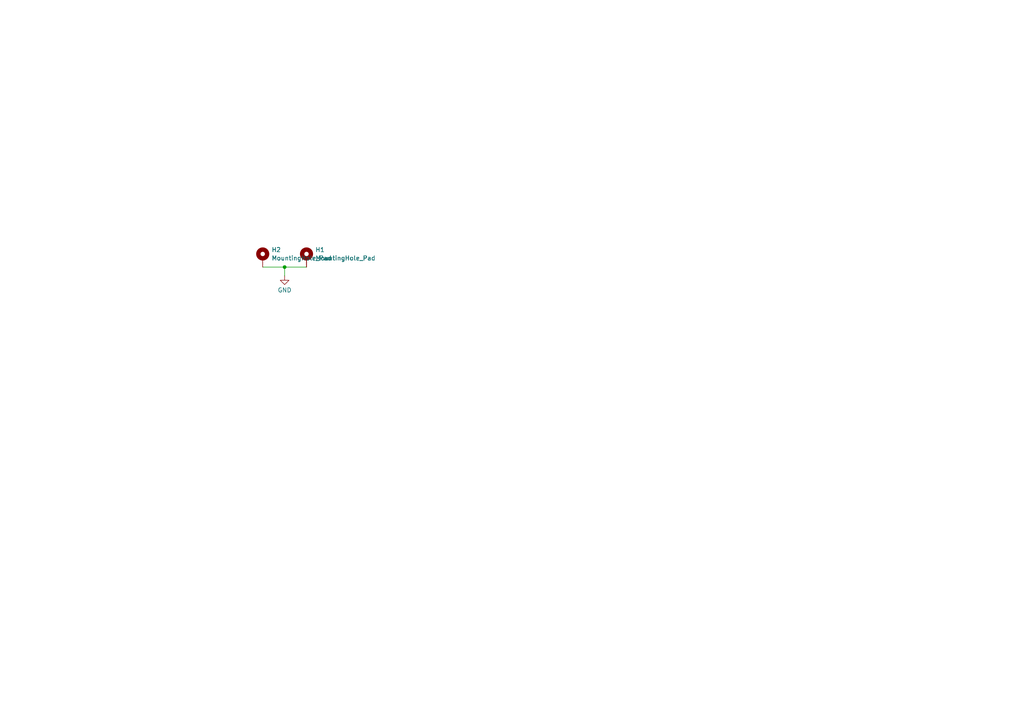
<source format=kicad_sch>
(kicad_sch
	(version 20231120)
	(generator "eeschema")
	(generator_version "8.0")
	(uuid "2a8d935a-315a-421f-a62b-248ab4ff1bc1")
	(paper "A4")
	(lib_symbols
		(symbol "Mechanical:MountingHole_Pad"
			(pin_numbers hide)
			(pin_names
				(offset 1.016) hide)
			(exclude_from_sim yes)
			(in_bom no)
			(on_board yes)
			(property "Reference" "H"
				(at 0 6.35 0)
				(effects
					(font
						(size 1.27 1.27)
					)
				)
			)
			(property "Value" "MountingHole_Pad"
				(at 0 4.445 0)
				(effects
					(font
						(size 1.27 1.27)
					)
				)
			)
			(property "Footprint" ""
				(at 0 0 0)
				(effects
					(font
						(size 1.27 1.27)
					)
					(hide yes)
				)
			)
			(property "Datasheet" "~"
				(at 0 0 0)
				(effects
					(font
						(size 1.27 1.27)
					)
					(hide yes)
				)
			)
			(property "Description" "Mounting Hole with connection"
				(at 0 0 0)
				(effects
					(font
						(size 1.27 1.27)
					)
					(hide yes)
				)
			)
			(property "ki_keywords" "mounting hole"
				(at 0 0 0)
				(effects
					(font
						(size 1.27 1.27)
					)
					(hide yes)
				)
			)
			(property "ki_fp_filters" "MountingHole*Pad*"
				(at 0 0 0)
				(effects
					(font
						(size 1.27 1.27)
					)
					(hide yes)
				)
			)
			(symbol "MountingHole_Pad_0_1"
				(circle
					(center 0 1.27)
					(radius 1.27)
					(stroke
						(width 1.27)
						(type default)
					)
					(fill
						(type none)
					)
				)
			)
			(symbol "MountingHole_Pad_1_1"
				(pin input line
					(at 0 -2.54 90)
					(length 2.54)
					(name "1"
						(effects
							(font
								(size 1.27 1.27)
							)
						)
					)
					(number "1"
						(effects
							(font
								(size 1.27 1.27)
							)
						)
					)
				)
			)
		)
		(symbol "power:GND"
			(power)
			(pin_numbers hide)
			(pin_names
				(offset 0) hide)
			(exclude_from_sim no)
			(in_bom yes)
			(on_board yes)
			(property "Reference" "#PWR"
				(at 0 -6.35 0)
				(effects
					(font
						(size 1.27 1.27)
					)
					(hide yes)
				)
			)
			(property "Value" "GND"
				(at 0 -3.81 0)
				(effects
					(font
						(size 1.27 1.27)
					)
				)
			)
			(property "Footprint" ""
				(at 0 0 0)
				(effects
					(font
						(size 1.27 1.27)
					)
					(hide yes)
				)
			)
			(property "Datasheet" ""
				(at 0 0 0)
				(effects
					(font
						(size 1.27 1.27)
					)
					(hide yes)
				)
			)
			(property "Description" "Power symbol creates a global label with name \"GND\" , ground"
				(at 0 0 0)
				(effects
					(font
						(size 1.27 1.27)
					)
					(hide yes)
				)
			)
			(property "ki_keywords" "global power"
				(at 0 0 0)
				(effects
					(font
						(size 1.27 1.27)
					)
					(hide yes)
				)
			)
			(symbol "GND_0_1"
				(polyline
					(pts
						(xy 0 0) (xy 0 -1.27) (xy 1.27 -1.27) (xy 0 -2.54) (xy -1.27 -1.27) (xy 0 -1.27)
					)
					(stroke
						(width 0)
						(type default)
					)
					(fill
						(type none)
					)
				)
			)
			(symbol "GND_1_1"
				(pin power_in line
					(at 0 0 270)
					(length 0)
					(name "~"
						(effects
							(font
								(size 1.27 1.27)
							)
						)
					)
					(number "1"
						(effects
							(font
								(size 1.27 1.27)
							)
						)
					)
				)
			)
		)
	)
	(junction
		(at 82.55 77.47)
		(diameter 0)
		(color 0 0 0 0)
		(uuid "3270889f-39e7-421c-8fd8-c844d34e6f96")
	)
	(wire
		(pts
			(xy 82.55 77.47) (xy 82.55 80.01)
		)
		(stroke
			(width 0)
			(type default)
		)
		(uuid "3119ccb2-f231-4bba-821e-5f07f1f9324c")
	)
	(wire
		(pts
			(xy 76.2 77.47) (xy 82.55 77.47)
		)
		(stroke
			(width 0)
			(type default)
		)
		(uuid "99bbbcba-6810-42b7-a855-11dc4c4961fd")
	)
	(wire
		(pts
			(xy 82.55 77.47) (xy 88.9 77.47)
		)
		(stroke
			(width 0)
			(type default)
		)
		(uuid "c2015818-5272-4bee-9162-f04b155dfbcb")
	)
	(symbol
		(lib_id "Mechanical:MountingHole_Pad")
		(at 76.2 74.93 0)
		(unit 1)
		(exclude_from_sim yes)
		(in_bom no)
		(on_board yes)
		(dnp no)
		(fields_autoplaced yes)
		(uuid "35867a96-fe2f-4cb9-b8cc-7d0b171273d5")
		(property "Reference" "H2"
			(at 78.74 72.4478 0)
			(effects
				(font
					(size 1.27 1.27)
				)
				(justify left)
			)
		)
		(property "Value" "MountingHole_Pad"
			(at 78.74 74.8721 0)
			(effects
				(font
					(size 1.27 1.27)
				)
				(justify left)
			)
		)
		(property "Footprint" "BYOM_General:plated_rack_hole"
			(at 76.2 74.93 0)
			(effects
				(font
					(size 1.27 1.27)
				)
				(hide yes)
			)
		)
		(property "Datasheet" "~"
			(at 76.2 74.93 0)
			(effects
				(font
					(size 1.27 1.27)
				)
				(hide yes)
			)
		)
		(property "Description" "Mounting Hole with connection"
			(at 76.2 74.93 0)
			(effects
				(font
					(size 1.27 1.27)
				)
				(hide yes)
			)
		)
		(pin "1"
			(uuid "76a947f8-2b46-4d4f-baad-39370477ec1e")
		)
		(instances
			(project "EuroClack_AR_panel"
				(path "/2a8d935a-315a-421f-a62b-248ab4ff1bc1"
					(reference "H2")
					(unit 1)
				)
			)
		)
	)
	(symbol
		(lib_id "Mechanical:MountingHole_Pad")
		(at 88.9 74.93 0)
		(unit 1)
		(exclude_from_sim yes)
		(in_bom no)
		(on_board yes)
		(dnp no)
		(fields_autoplaced yes)
		(uuid "817421c8-4934-4a39-8df1-0c5dff24cc97")
		(property "Reference" "H1"
			(at 91.44 72.4478 0)
			(effects
				(font
					(size 1.27 1.27)
				)
				(justify left)
			)
		)
		(property "Value" "MountingHole_Pad"
			(at 91.44 74.8721 0)
			(effects
				(font
					(size 1.27 1.27)
				)
				(justify left)
			)
		)
		(property "Footprint" "BYOM_General:plated_rack_hole"
			(at 88.9 74.93 0)
			(effects
				(font
					(size 1.27 1.27)
				)
				(hide yes)
			)
		)
		(property "Datasheet" "~"
			(at 88.9 74.93 0)
			(effects
				(font
					(size 1.27 1.27)
				)
				(hide yes)
			)
		)
		(property "Description" "Mounting Hole with connection"
			(at 88.9 74.93 0)
			(effects
				(font
					(size 1.27 1.27)
				)
				(hide yes)
			)
		)
		(pin "1"
			(uuid "b13b33f1-93e4-40b6-8b05-644debc9cae9")
		)
		(instances
			(project "EuroClack_AR_panel"
				(path "/2a8d935a-315a-421f-a62b-248ab4ff1bc1"
					(reference "H1")
					(unit 1)
				)
			)
		)
	)
	(symbol
		(lib_id "power:GND")
		(at 82.55 80.01 0)
		(unit 1)
		(exclude_from_sim no)
		(in_bom yes)
		(on_board yes)
		(dnp no)
		(fields_autoplaced yes)
		(uuid "b7fb1ef7-681b-40b9-aab4-5fd56d166785")
		(property "Reference" "#PWR01"
			(at 82.55 86.36 0)
			(effects
				(font
					(size 1.27 1.27)
				)
				(hide yes)
			)
		)
		(property "Value" "GND"
			(at 82.55 84.1431 0)
			(effects
				(font
					(size 1.27 1.27)
				)
			)
		)
		(property "Footprint" ""
			(at 82.55 80.01 0)
			(effects
				(font
					(size 1.27 1.27)
				)
				(hide yes)
			)
		)
		(property "Datasheet" ""
			(at 82.55 80.01 0)
			(effects
				(font
					(size 1.27 1.27)
				)
				(hide yes)
			)
		)
		(property "Description" "Power symbol creates a global label with name \"GND\" , ground"
			(at 82.55 80.01 0)
			(effects
				(font
					(size 1.27 1.27)
				)
				(hide yes)
			)
		)
		(pin "1"
			(uuid "7c05e8b6-fdce-418b-b10d-b74a8e07bfc9")
		)
		(instances
			(project "EuroClack_AR_panel"
				(path "/2a8d935a-315a-421f-a62b-248ab4ff1bc1"
					(reference "#PWR01")
					(unit 1)
				)
			)
		)
	)
	(sheet_instances
		(path "/"
			(page "1")
		)
	)
)

</source>
